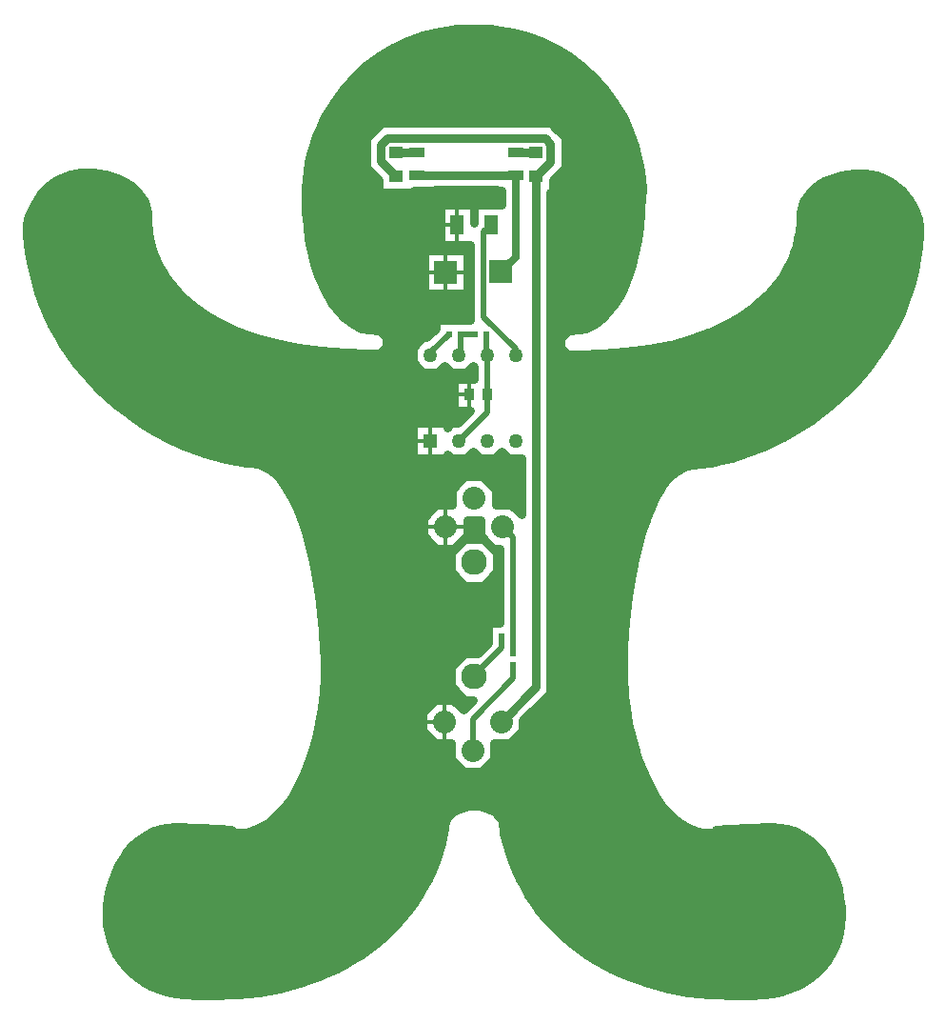
<source format=gbr>
G04 PROTEUS RS274X GERBER FILE*
%FSLAX45Y45*%
%MOMM*%
G01*
%ADD10C,0.762000*%
%ADD11C,0.508000*%
%ADD12C,0.635000*%
%ADD13C,0.304800*%
%ADD14C,2.032000*%
%ADD15R,1.270000X1.270000*%
%ADD16C,1.270000*%
%ADD17R,1.447800X0.939800*%
%ADD18R,1.270000X1.016000*%
%ADD19C,2.286000*%
%ADD70R,0.558800X0.609600*%
%ADD71R,0.609600X0.558800*%
%ADD20R,1.143000X1.803400*%
%ADD21R,2.032000X2.032000*%
%ADD22R,0.939800X0.990600*%
%TD.AperFunction*%
G36*
X+79183Y+4366430D02*
X+156382Y+4360774D01*
X+232579Y+4351418D01*
X+307368Y+4338479D01*
X+380642Y+4322050D01*
X+452349Y+4302218D01*
X+522449Y+4279054D01*
X+590751Y+4252688D01*
X+657308Y+4223153D01*
X+720825Y+4191141D01*
X+845210Y+4116501D01*
X+959979Y+4031308D01*
X+1065573Y+3935573D01*
X+1161308Y+3829979D01*
X+1246504Y+3715206D01*
X+1321134Y+3590835D01*
X+1353157Y+3527297D01*
X+1382680Y+3460768D01*
X+1409067Y+3392412D01*
X+1432213Y+3322367D01*
X+1452050Y+3250642D01*
X+1468478Y+3177371D01*
X+1481419Y+3102574D01*
X+1490773Y+3026385D01*
X+1496430Y+2949183D01*
X+1497055Y+2910738D01*
X+1488401Y+2902084D01*
X+1484853Y+2730115D01*
X+1474647Y+2605343D01*
X+1458028Y+2485425D01*
X+1435399Y+2371341D01*
X+1407145Y+2263735D01*
X+1373703Y+2163316D01*
X+1335510Y+2070706D01*
X+1293088Y+1986603D01*
X+1246999Y+1911637D01*
X+1197873Y+1846383D01*
X+1153396Y+1798800D01*
X+1103369Y+1756804D01*
X+1049348Y+1722826D01*
X+994724Y+1699205D01*
X+940346Y+1685864D01*
X+837916Y+1681599D01*
X+768401Y+1612084D01*
X+768401Y+1527916D01*
X+827916Y+1468401D01*
X+942084Y+1468401D01*
X+1132590Y+1474104D01*
X+1135261Y+1474310D01*
X+1351194Y+1491014D01*
X+1555800Y+1518673D01*
X+1558917Y+1519294D01*
X+1746451Y+1556676D01*
X+1749804Y+1557586D01*
X+1923107Y+1604638D01*
X+2085731Y+1662205D01*
X+2089571Y+1663933D01*
X+2234270Y+1729056D01*
X+2368597Y+1804887D01*
X+2488487Y+1889383D01*
X+2526703Y+1923116D01*
X+2593651Y+1982212D01*
X+2598618Y+1987770D01*
X+2603651Y+1992212D01*
X+2607665Y+1996703D01*
X+2692607Y+2091745D01*
X+2695451Y+2095603D01*
X+2732749Y+2146204D01*
X+2767977Y+2201127D01*
X+2799198Y+2257734D01*
X+2826334Y+2315879D01*
X+2849346Y+2375453D01*
X+2868190Y+2436309D01*
X+2882846Y+2498325D01*
X+2883408Y+2501710D01*
X+2893580Y+2563022D01*
X+2901599Y+2647916D01*
X+2904493Y+2730278D01*
X+2911514Y+2766851D01*
X+2923367Y+2803303D01*
X+2939773Y+2838566D01*
X+2960687Y+2872547D01*
X+2986075Y+2905090D01*
X+3007810Y+2927615D01*
X+3039951Y+2954884D01*
X+3078147Y+2981522D01*
X+3120218Y+3005545D01*
X+3165979Y+3026668D01*
X+3215103Y+3044558D01*
X+3267357Y+3058944D01*
X+3322453Y+3069544D01*
X+3379479Y+3076022D01*
X+3398481Y+3076463D01*
X+3437839Y+3077375D01*
X+3488890Y+3076063D01*
X+3534421Y+3069910D01*
X+3578935Y+3059704D01*
X+3621654Y+3045701D01*
X+3662589Y+3028014D01*
X+3701692Y+3006749D01*
X+3738936Y+2981978D01*
X+3774225Y+2953788D01*
X+3807481Y+2922239D01*
X+3838568Y+2887423D01*
X+3867361Y+2849414D01*
X+3893698Y+2808328D01*
X+3917434Y+2764257D01*
X+3938401Y+2717324D01*
X+3955702Y+2669674D01*
X+3966709Y+2607480D01*
X+3965318Y+2537968D01*
X+3956419Y+2428622D01*
X+3941796Y+2321093D01*
X+3921669Y+2215741D01*
X+3896244Y+2112656D01*
X+3865694Y+2011848D01*
X+3830229Y+1913442D01*
X+3790020Y+1817461D01*
X+3745290Y+1724061D01*
X+3696181Y+1633224D01*
X+3642910Y+1545091D01*
X+3585686Y+1459768D01*
X+3524679Y+1377311D01*
X+3460098Y+1297828D01*
X+3392123Y+1221392D01*
X+3320982Y+1148131D01*
X+3246863Y+1078119D01*
X+3169975Y+1011457D01*
X+3090530Y+948245D01*
X+3008718Y+888562D01*
X+2924769Y+832516D01*
X+2838885Y+780194D01*
X+2751287Y+731690D01*
X+2662199Y+687102D01*
X+2571803Y+646501D01*
X+2480368Y+609996D01*
X+2388033Y+577642D01*
X+2295112Y+549556D01*
X+2201721Y+525786D01*
X+2108184Y+506438D01*
X+2015575Y+491720D01*
X+1887916Y+481599D01*
X+1873027Y+466710D01*
X+1871766Y+466371D01*
X+1831511Y+448321D01*
X+1792123Y+423548D01*
X+1785592Y+417655D01*
X+1728740Y+366353D01*
X+1723322Y+359431D01*
X+1671281Y+292939D01*
X+1668019Y+287490D01*
X+1619869Y+207045D01*
X+1573151Y+109367D01*
X+1530522Y+660D01*
X+1529598Y-2172D01*
X+1491700Y-118361D01*
X+1456673Y-246702D01*
X+1456192Y-248811D01*
X+1425486Y-383452D01*
X+1422288Y-400387D01*
X+1398284Y-527493D01*
X+1375220Y-677818D01*
X+1356501Y-833186D01*
X+1356361Y-834756D01*
X+1342309Y-992600D01*
X+1332868Y-1154879D01*
X+1330285Y-1226032D01*
X+1328401Y-1227916D01*
X+1328401Y-1362084D01*
X+1329310Y-1362993D01*
X+1330065Y-1405269D01*
X+1330236Y-1407926D01*
X+1338808Y-1541031D01*
X+1342011Y-1568731D01*
X+1354268Y-1674748D01*
X+1376133Y-1805492D01*
X+1404108Y-1932298D01*
X+1404834Y-1934917D01*
X+1437932Y-2054237D01*
X+1438861Y-2056973D01*
X+1450794Y-2092105D01*
X+1477375Y-2170367D01*
X+1478569Y-2173278D01*
X+1486154Y-2191767D01*
X+1520926Y-2276529D01*
X+1520927Y-2276528D01*
X+1522263Y-2279786D01*
X+1523811Y-2282925D01*
X+1572479Y-2381558D01*
X+1574533Y-2385006D01*
X+1628041Y-2474808D01*
X+1689121Y-2558606D01*
X+1756081Y-2631877D01*
X+1829501Y-2693249D01*
X+1841131Y-2700113D01*
X+1909939Y-2740720D01*
X+1994540Y-2770484D01*
X+2043117Y-2779027D01*
X+2047916Y-2781599D01*
X+2132084Y-2781599D01*
X+2152891Y-2760792D01*
X+2155274Y-2760113D01*
X+2267084Y-2745677D01*
X+2445402Y-2735413D01*
X+2650054Y-2732486D01*
X+2731011Y-2735731D01*
X+2788000Y-2746550D01*
X+2843896Y-2764525D01*
X+2897682Y-2789274D01*
X+2949208Y-2820639D01*
X+2998239Y-2858467D01*
X+3044421Y-2902543D01*
X+3087403Y-2952645D01*
X+3126781Y-3008489D01*
X+3162136Y-3069726D01*
X+3193089Y-3136044D01*
X+3219229Y-3207033D01*
X+3240182Y-3282306D01*
X+3255588Y-3361500D01*
X+3265028Y-3443687D01*
X+3267131Y-3523728D01*
X+3264314Y-3603129D01*
X+3253234Y-3672119D01*
X+3235018Y-3739092D01*
X+3210126Y-3803049D01*
X+3178847Y-3863799D01*
X+3141485Y-3921052D01*
X+3098314Y-3974531D01*
X+3049654Y-4023884D01*
X+2995779Y-4068799D01*
X+2937031Y-4108898D01*
X+2873708Y-4143839D01*
X+2806167Y-4173244D01*
X+2734690Y-4196766D01*
X+2659627Y-4214030D01*
X+2581898Y-4224585D01*
X+2457916Y-4228401D01*
X+2342084Y-4228401D01*
X+2101082Y-4221391D01*
X+1909339Y-4200928D01*
X+1724606Y-4167267D01*
X+1547806Y-4120853D01*
X+1378495Y-4061725D01*
X+1298673Y-4028232D01*
X+1220271Y-3991410D01*
X+1144252Y-3951682D01*
X+1070736Y-3909120D01*
X+999776Y-3863762D01*
X+931460Y-3815670D01*
X+865839Y-3764875D01*
X+802964Y-3711411D01*
X+742929Y-3655339D01*
X+685772Y-3596677D01*
X+631579Y-3535479D01*
X+580411Y-3471776D01*
X+532323Y-3405589D01*
X+487400Y-3336969D01*
X+445689Y-3265914D01*
X+407275Y-3192471D01*
X+372234Y-3116676D01*
X+340615Y-3038492D01*
X+312530Y-2958025D01*
X+288039Y-2875254D01*
X+267522Y-2791409D01*
X+251599Y-2677916D01*
X+242594Y-2666338D01*
X+215932Y-2625241D01*
X+183879Y-2597272D01*
X+147322Y-2576493D01*
X+78993Y-2555203D01*
X+42084Y-2548401D01*
X-42084Y-2548401D01*
X-78993Y-2555203D01*
X-147322Y-2576493D01*
X-183879Y-2597272D01*
X-215932Y-2625241D01*
X-242594Y-2666338D01*
X-251599Y-2677916D01*
X-267522Y-2791409D01*
X-288039Y-2875254D01*
X-312530Y-2958025D01*
X-340615Y-3038492D01*
X-372234Y-3116676D01*
X-407275Y-3192471D01*
X-445689Y-3265914D01*
X-487400Y-3336969D01*
X-532323Y-3405589D01*
X-580411Y-3471776D01*
X-631579Y-3535479D01*
X-685772Y-3596677D01*
X-742929Y-3655339D01*
X-802964Y-3711411D01*
X-865839Y-3764875D01*
X-931460Y-3815670D01*
X-999776Y-3863762D01*
X-1070736Y-3909120D01*
X-1144252Y-3951682D01*
X-1220271Y-3991410D01*
X-1298673Y-4028232D01*
X-1378495Y-4061725D01*
X-1547806Y-4120853D01*
X-1724606Y-4167267D01*
X-1909339Y-4200928D01*
X-2101082Y-4221391D01*
X-2342084Y-4228401D01*
X-2457916Y-4228401D01*
X-2581898Y-4224585D01*
X-2659627Y-4214030D01*
X-2734690Y-4196766D01*
X-2806167Y-4173244D01*
X-2873708Y-4143839D01*
X-2937031Y-4108898D01*
X-2995779Y-4068799D01*
X-3049654Y-4023884D01*
X-3098314Y-3974531D01*
X-3141485Y-3921052D01*
X-3178847Y-3863799D01*
X-3210126Y-3803049D01*
X-3235018Y-3739092D01*
X-3253234Y-3672119D01*
X-3264314Y-3603129D01*
X-3267131Y-3523728D01*
X-3265028Y-3443687D01*
X-3255588Y-3361500D01*
X-3240182Y-3282306D01*
X-3219229Y-3207033D01*
X-3193089Y-3136044D01*
X-3162136Y-3069726D01*
X-3126781Y-3008489D01*
X-3087403Y-2952645D01*
X-3044421Y-2902543D01*
X-2998239Y-2858467D01*
X-2949208Y-2820639D01*
X-2897682Y-2789274D01*
X-2843896Y-2764525D01*
X-2788000Y-2746550D01*
X-2731011Y-2735731D01*
X-2650054Y-2732486D01*
X-2445402Y-2735413D01*
X-2267084Y-2745677D01*
X-2155274Y-2760113D01*
X-2152891Y-2760792D01*
X-2132084Y-2781599D01*
X-2047916Y-2781599D01*
X-2043117Y-2779027D01*
X-1994540Y-2770484D01*
X-1909939Y-2740720D01*
X-1829501Y-2693249D01*
X-1756081Y-2631877D01*
X-1689121Y-2558606D01*
X-1628041Y-2474808D01*
X-1572479Y-2381558D01*
X-1522263Y-2279786D01*
X-1477375Y-2170367D01*
X-1437932Y-2054237D01*
X-1404108Y-1932298D01*
X-1376133Y-1805492D01*
X-1354268Y-1674748D01*
X-1338808Y-1541031D01*
X-1330065Y-1405269D01*
X-1329310Y-1362993D01*
X-1328401Y-1362084D01*
X-1328401Y-1227916D01*
X-1331026Y-1225291D01*
X-1334676Y-1152118D01*
X-1345675Y-988480D01*
X-1361215Y-827844D01*
X-1381090Y-671415D01*
X-1405125Y-520229D01*
X-1433125Y-375511D01*
X-1464971Y-238178D01*
X-1500527Y-109359D01*
X-1539748Y+9998D01*
X-1582682Y+118970D01*
X-1629605Y+216812D01*
X-1681145Y+302810D01*
X-1738681Y+376292D01*
X-1802095Y+433521D01*
X-1841491Y+458306D01*
X-1881762Y+476368D01*
X-1883024Y+476707D01*
X-1897916Y+491599D01*
X-2025575Y+501720D01*
X-2118184Y+516438D01*
X-2211721Y+535786D01*
X-2305112Y+559556D01*
X-2398033Y+587642D01*
X-2490368Y+619996D01*
X-2581803Y+656501D01*
X-2672199Y+697102D01*
X-2761287Y+741690D01*
X-2848885Y+790194D01*
X-2934769Y+842516D01*
X-3018718Y+898562D01*
X-3100530Y+958245D01*
X-3179975Y+1021457D01*
X-3256863Y+1088119D01*
X-3330982Y+1158131D01*
X-3402123Y+1231392D01*
X-3470098Y+1307828D01*
X-3534679Y+1387311D01*
X-3595686Y+1469768D01*
X-3652910Y+1555091D01*
X-3706181Y+1643224D01*
X-3755290Y+1734061D01*
X-3800020Y+1827461D01*
X-3840229Y+1923442D01*
X-3875694Y+2021848D01*
X-3906244Y+2122656D01*
X-3931669Y+2225741D01*
X-3951796Y+2331093D01*
X-3966419Y+2438622D01*
X-3975318Y+2547968D01*
X-3976709Y+2617480D01*
X-3965702Y+2679674D01*
X-3948401Y+2727324D01*
X-3927434Y+2774257D01*
X-3903698Y+2818328D01*
X-3877361Y+2859414D01*
X-3848568Y+2897423D01*
X-3817481Y+2932239D01*
X-3784225Y+2963788D01*
X-3748936Y+2991978D01*
X-3711692Y+3016749D01*
X-3672589Y+3038014D01*
X-3631654Y+3055701D01*
X-3588935Y+3069704D01*
X-3544421Y+3079910D01*
X-3498890Y+3086063D01*
X-3447839Y+3087375D01*
X-3389479Y+3086022D01*
X-3332453Y+3079544D01*
X-3277357Y+3068944D01*
X-3225103Y+3054558D01*
X-3175979Y+3036668D01*
X-3130218Y+3015545D01*
X-3088147Y+2991522D01*
X-3049951Y+2964884D01*
X-3015878Y+2935975D01*
X-2986075Y+2905090D01*
X-2960687Y+2872547D01*
X-2939773Y+2838566D01*
X-2923367Y+2803303D01*
X-2911514Y+2766851D01*
X-2904493Y+2730278D01*
X-2901599Y+2647916D01*
X-2893580Y+2563022D01*
X-2882846Y+2498325D01*
X-2868190Y+2436309D01*
X-2849346Y+2375453D01*
X-2826334Y+2315879D01*
X-2799198Y+2257734D01*
X-2767977Y+2201127D01*
X-2732749Y+2146204D01*
X-2692607Y+2091745D01*
X-2603651Y+1992212D01*
X-2498487Y+1899383D01*
X-2378597Y+1814887D01*
X-2244270Y+1739056D01*
X-2095731Y+1672205D01*
X-1933107Y+1614638D01*
X-1756451Y+1566676D01*
X-1565800Y+1528673D01*
X-1361194Y+1501014D01*
X-1142590Y+1484104D01*
X-952084Y+1478401D01*
X-837916Y+1478401D01*
X-778401Y+1537916D01*
X-778401Y+1622084D01*
X-837916Y+1681599D01*
X-940346Y+1685864D01*
X-994724Y+1699205D01*
X-1049348Y+1722826D01*
X-1103369Y+1756804D01*
X-1156428Y+1801345D01*
X-1207873Y+1856383D01*
X-1256999Y+1921637D01*
X-1303088Y+1996603D01*
X-1345510Y+2080706D01*
X-1383703Y+2173316D01*
X-1417145Y+2273735D01*
X-1445399Y+2381341D01*
X-1468028Y+2495425D01*
X-1484647Y+2615343D01*
X-1494853Y+2740115D01*
X-1497636Y+2874989D01*
X-1496430Y+2949183D01*
X-1490773Y+3026385D01*
X-1481419Y+3102574D01*
X-1468478Y+3177371D01*
X-1452050Y+3250642D01*
X-1432213Y+3322367D01*
X-1409067Y+3392412D01*
X-1382680Y+3460768D01*
X-1353157Y+3527297D01*
X-1321134Y+3590835D01*
X-1246504Y+3715206D01*
X-1161308Y+3829979D01*
X-1065573Y+3935573D01*
X-959979Y+4031308D01*
X-845210Y+4116501D01*
X-720825Y+4191141D01*
X-657308Y+4223153D01*
X-590751Y+4252688D01*
X-522449Y+4279054D01*
X-452349Y+4302218D01*
X-380642Y+4322050D01*
X-307368Y+4338479D01*
X-232579Y+4351418D01*
X-156382Y+4360774D01*
X-79183Y+4366430D01*
X+0Y+4367717D01*
X+79183Y+4366430D01*
G37*
%LPC*%
G36*
X+723538Y+3483953D02*
X+811848Y+3395643D01*
X+811848Y+3128654D01*
X+704939Y+3021745D01*
X+704939Y+2907761D01*
X+679539Y+2907761D01*
X+679539Y-1543655D01*
X+437039Y-1786155D01*
X+437039Y-1875959D01*
X+323959Y-1989039D01*
X+183039Y-1989039D01*
X+183039Y-2129959D01*
X+69959Y-2243039D01*
X-89959Y-2243039D01*
X-203039Y-2129959D01*
X-203039Y-1989039D01*
X-343959Y-1989039D01*
X-457039Y-1875959D01*
X-457039Y-1716041D01*
X-343959Y-1602961D01*
X-184041Y-1602961D01*
X-96118Y-1690884D01*
X-6973Y-1601739D01*
X-85220Y-1601739D01*
X-205739Y-1481220D01*
X-205739Y-1310780D01*
X-85220Y-1190261D01*
X+34505Y-1190261D01*
X+130621Y-1094145D01*
X+130621Y-918081D01*
X+233161Y-918081D01*
X+233161Y-257039D01*
X+174041Y-257039D01*
X+60961Y-143959D01*
X+60961Y-3039D01*
X-60961Y-3039D01*
X-60961Y-143959D01*
X-174041Y-257039D01*
X-333959Y-257039D01*
X-447039Y-143959D01*
X-447039Y+15959D01*
X-333959Y+129039D01*
X-193039Y+129039D01*
X-193039Y+269959D01*
X-79959Y+383039D01*
X+79959Y+383039D01*
X+193039Y+269959D01*
X+193039Y+129039D01*
X+333959Y+129039D01*
X+420461Y+42537D01*
X+420461Y+545061D01*
X+309822Y+545061D01*
X+247000Y+607883D01*
X+184178Y+545061D01*
X+55822Y+545061D01*
X-7000Y+607883D01*
X-69822Y+545061D01*
X-198178Y+545061D01*
X-233061Y+579944D01*
X-233061Y+545061D01*
X-542939Y+545061D01*
X-542939Y+854939D01*
X-233061Y+854939D01*
X-233061Y+820056D01*
X-198178Y+854939D01*
X-144295Y+854939D01*
X-30203Y+969031D01*
X-178429Y+969031D01*
X-178429Y+1250969D01*
X+3161Y+1250969D01*
X+3161Y+1359722D01*
X-7000Y+1369883D01*
X-69822Y+1307061D01*
X-198178Y+1307061D01*
X-261000Y+1369883D01*
X-323822Y+1307061D01*
X-452178Y+1307061D01*
X-542939Y+1397822D01*
X-542939Y+1526178D01*
X-452178Y+1616939D01*
X-418295Y+1616939D01*
X-339379Y+1695855D01*
X-339379Y+1771919D01*
X-29559Y+1771919D01*
X-29559Y+2438391D01*
X-298589Y+2438391D01*
X-298589Y+2801609D01*
X-1411Y+2801609D01*
X-1411Y+2633823D01*
X+1411Y+2636645D01*
X+1411Y+2801609D01*
X+246811Y+2801609D01*
X+246811Y+2921571D01*
X+206171Y+2921571D01*
X+206171Y+2930462D01*
X-346171Y+2930461D01*
X-346171Y+2921571D01*
X-535061Y+2921571D01*
X-535061Y+2907761D01*
X-844939Y+2907761D01*
X-844939Y+3021745D01*
X-954680Y+3131486D01*
X-954680Y+3388447D01*
X-821232Y+3521895D01*
X+685596Y+3521895D01*
X+723538Y+3483953D01*
G37*
G36*
X+85220Y-585739D02*
X-85220Y-585739D01*
X-205739Y-465220D01*
X-205739Y-294780D01*
X-85220Y-174261D01*
X+85220Y-174261D01*
X+205739Y-294780D01*
X+205739Y-465220D01*
X+85220Y-585739D01*
G37*
G36*
X-443039Y+2006961D02*
X-443039Y+2393039D01*
X-56961Y+2393039D01*
X-56961Y+2006961D01*
X-443039Y+2006961D01*
G37*
%LPD*%
D10*
X-510000Y+3060000D02*
X+370672Y+3060000D01*
X+376502Y+3054170D01*
X+370000Y+3060000D01*
X+370000Y+3260000D02*
X+546640Y+3260000D01*
X+550000Y+3263360D01*
X-510000Y+3260000D02*
X-686640Y+3260000D01*
X-690000Y+3263360D01*
X-690000Y+3050000D02*
X-825141Y+3185141D01*
X-825141Y+3334792D01*
X-767577Y+3392356D01*
X+631941Y+3392356D01*
X+682309Y+3341988D01*
X+682309Y+3182309D01*
X+550000Y+3050000D01*
X+550000Y-1490000D01*
X+244000Y-1796000D01*
D11*
X+350000Y-1190000D02*
X+350000Y-1040000D01*
X+350000Y-160000D01*
X+254000Y-64000D01*
X-10000Y-2050000D02*
X-10000Y-1770000D01*
X+350000Y-1410000D01*
X+350000Y-1290000D01*
X+250000Y-1040000D02*
X+250000Y-1140000D01*
X-3738Y-1393738D01*
X-3738Y-1401992D01*
X+0Y-1396000D01*
D12*
X+240000Y+2204000D02*
X+370000Y+2334000D01*
X+370000Y+3060000D01*
D11*
X-134000Y+1462000D02*
X-120000Y+1476000D01*
X-120000Y+1650000D01*
X+10000Y+1650000D01*
X+374000Y+1462000D02*
X+374000Y+1516197D01*
X+87280Y+1802917D01*
X+87280Y+2557280D01*
X+150000Y+2620000D01*
X+120000Y+1110000D02*
X+120000Y+1462000D01*
X+110000Y+1472000D01*
X+120000Y+1462000D01*
X+110000Y+1472000D02*
X+110000Y+1650000D01*
X-134000Y+700000D02*
X+120000Y+954000D01*
X+120000Y+1060470D01*
X+120000Y+1110000D01*
X-388000Y+1462000D02*
X-388000Y+1482000D01*
X-220000Y+1650000D01*
D10*
X+79183Y+4366430D02*
X+156382Y+4360774D01*
X+232579Y+4351418D01*
X+307368Y+4338479D01*
X+380642Y+4322050D01*
X+452349Y+4302218D01*
X+522449Y+4279054D01*
X+590751Y+4252688D01*
X+657308Y+4223153D01*
X+720825Y+4191141D01*
X+845210Y+4116501D01*
X+959979Y+4031308D01*
X+1065573Y+3935573D01*
X+1161308Y+3829979D01*
X+1246504Y+3715206D01*
X+1321134Y+3590835D01*
X+1353157Y+3527297D01*
X+1382680Y+3460768D01*
X+1409067Y+3392412D01*
X+1432213Y+3322367D01*
X+1452050Y+3250642D01*
X+1468478Y+3177371D01*
X+1481419Y+3102574D01*
X+1490773Y+3026385D01*
X+1496430Y+2949183D01*
X+1497055Y+2910738D01*
X+1488401Y+2902084D01*
X+1484853Y+2730115D01*
X+1474647Y+2605343D01*
X+1458028Y+2485425D01*
X+1435399Y+2371341D01*
X+1407145Y+2263735D01*
X+1373703Y+2163316D01*
X+1335510Y+2070706D01*
X+1293088Y+1986603D01*
X+1246999Y+1911637D01*
X+1197873Y+1846383D01*
X+1153396Y+1798800D01*
X+1103369Y+1756804D01*
X+1049348Y+1722826D01*
X+994724Y+1699205D01*
X+940346Y+1685864D01*
X+837916Y+1681599D01*
X+768401Y+1612084D01*
X+768401Y+1527916D01*
X+827916Y+1468401D01*
X+942084Y+1468401D01*
X+1132590Y+1474104D01*
X+1135261Y+1474310D01*
X+1351194Y+1491014D01*
X+1555800Y+1518673D01*
X+1558917Y+1519294D01*
X+1746451Y+1556676D01*
X+1749804Y+1557586D01*
X+1923107Y+1604638D01*
X+2085731Y+1662205D01*
X+2089571Y+1663933D01*
X+2234270Y+1729056D01*
X+2368597Y+1804887D01*
X+2488487Y+1889383D01*
X+2526703Y+1923116D01*
X+2593651Y+1982212D01*
X+2598618Y+1987770D01*
X+2603651Y+1992212D01*
X+2607665Y+1996703D01*
X+2692607Y+2091745D01*
X+2695451Y+2095603D01*
X+2732749Y+2146204D01*
X+2767977Y+2201127D01*
X+2799198Y+2257734D01*
X+2826334Y+2315879D01*
X+2849346Y+2375453D01*
X+2868190Y+2436309D01*
X+2882846Y+2498325D01*
X+2883408Y+2501710D01*
X+2893580Y+2563022D01*
X+2901599Y+2647916D01*
X+2904493Y+2730278D01*
X+2911514Y+2766851D01*
X+2923367Y+2803303D01*
X+2939773Y+2838566D01*
X+2960687Y+2872547D01*
X+2986075Y+2905090D01*
X+3007810Y+2927615D01*
X+3039951Y+2954884D01*
X+3078147Y+2981522D01*
X+3120218Y+3005545D01*
X+3165979Y+3026668D01*
X+3215103Y+3044558D01*
X+3267357Y+3058944D01*
X+3322453Y+3069544D01*
X+3379479Y+3076022D01*
X+3398481Y+3076463D01*
X+3437839Y+3077375D01*
X+3488890Y+3076063D01*
X+3534421Y+3069910D01*
X+3578935Y+3059704D01*
X+3621654Y+3045701D01*
X+3662589Y+3028014D01*
X+3701692Y+3006749D01*
X+3738936Y+2981978D01*
X+3774225Y+2953788D01*
X+3807481Y+2922239D01*
X+3838568Y+2887423D01*
X+3867361Y+2849414D01*
X+3893698Y+2808328D01*
X+3917434Y+2764257D01*
X+3938401Y+2717324D01*
X+3955702Y+2669674D01*
X+3966709Y+2607480D01*
X+3965318Y+2537968D01*
X+3956419Y+2428622D01*
X+3941796Y+2321093D01*
X+3921669Y+2215741D01*
X+3896244Y+2112656D01*
X+3865694Y+2011848D01*
X+3830229Y+1913442D01*
X+3790020Y+1817461D01*
X+3745290Y+1724061D01*
X+3696181Y+1633224D01*
X+3642910Y+1545091D01*
X+3585686Y+1459768D01*
X+3524679Y+1377311D01*
X+3460098Y+1297828D01*
X+3392123Y+1221392D01*
X+3320982Y+1148131D01*
X+3246863Y+1078119D01*
X+3169975Y+1011457D01*
X+3090530Y+948245D01*
X+3008718Y+888562D01*
X+2924769Y+832516D01*
X+2838885Y+780194D01*
X+2751287Y+731690D01*
X+2662199Y+687102D01*
X+2571803Y+646501D01*
X+2480368Y+609996D01*
X+2388033Y+577642D01*
X+2295112Y+549556D01*
X+2201721Y+525786D01*
X+2108184Y+506438D01*
X+2015575Y+491720D01*
X+1887916Y+481599D01*
X+1873027Y+466710D01*
X+1871766Y+466371D01*
X+1831511Y+448321D01*
X+1792123Y+423548D01*
X+1785592Y+417655D01*
X+1728740Y+366353D01*
X+1723322Y+359431D01*
X+1671281Y+292939D01*
X+1668019Y+287490D01*
X+1619869Y+207045D01*
X+1573151Y+109367D01*
X+1530522Y+660D01*
X+1529598Y-2172D01*
X+1491700Y-118361D01*
X+1456673Y-246702D01*
X+1456192Y-248811D01*
X+1425486Y-383452D01*
X+1422288Y-400387D01*
X+1398284Y-527493D01*
X+1375220Y-677818D01*
X+1356501Y-833186D01*
X+1356361Y-834756D01*
X+1342309Y-992600D01*
X+1332868Y-1154879D01*
X+1330285Y-1226032D01*
X+1328401Y-1227916D01*
X+1328401Y-1362084D01*
X+1329310Y-1362993D01*
X+1330065Y-1405269D01*
X+1330236Y-1407926D01*
X+1338808Y-1541031D01*
X+1342011Y-1568731D01*
X+1354268Y-1674748D01*
X+1376133Y-1805492D01*
X+1404108Y-1932298D01*
X+1404834Y-1934917D01*
X+1437932Y-2054237D01*
X+1438861Y-2056973D01*
X+1450794Y-2092105D01*
X+1477375Y-2170367D01*
X+1478569Y-2173278D01*
X+1486154Y-2191767D01*
X+1520926Y-2276529D01*
X+1520927Y-2276528D01*
X+1522263Y-2279786D01*
X+1523811Y-2282925D01*
X+1572479Y-2381558D01*
X+1574533Y-2385006D01*
X+1628041Y-2474808D01*
X+1689121Y-2558606D01*
X+1756081Y-2631877D01*
X+1829501Y-2693249D01*
X+1841131Y-2700113D01*
X+1909939Y-2740720D01*
X+1994540Y-2770484D01*
X+2043117Y-2779027D01*
X+2047916Y-2781599D01*
X+2132084Y-2781599D01*
X+2152891Y-2760792D01*
X+2155274Y-2760113D01*
X+2267084Y-2745677D01*
X+2445402Y-2735413D01*
X+2650054Y-2732486D01*
X+2731011Y-2735731D01*
X+2788000Y-2746550D01*
X+2843896Y-2764525D01*
X+2897682Y-2789274D01*
X+2949208Y-2820639D01*
X+2998239Y-2858467D01*
X+3044421Y-2902543D01*
X+3087403Y-2952645D01*
X+3126781Y-3008489D01*
X+3162136Y-3069726D01*
X+3193089Y-3136044D01*
X+3219229Y-3207033D01*
X+3240182Y-3282306D01*
X+3255588Y-3361500D01*
X+3265028Y-3443687D01*
X+3267131Y-3523728D01*
X+3264314Y-3603129D01*
X+3253234Y-3672119D01*
X+3235018Y-3739092D01*
X+3210126Y-3803049D01*
X+3178847Y-3863799D01*
X+3141485Y-3921052D01*
X+3098314Y-3974531D01*
X+3049654Y-4023884D01*
X+2995779Y-4068799D01*
X+2937031Y-4108898D01*
X+2873708Y-4143839D01*
X+2806167Y-4173244D01*
X+2734690Y-4196766D01*
X+2659627Y-4214030D01*
X+2581898Y-4224585D01*
X+2457916Y-4228401D01*
X+2342084Y-4228401D01*
X+2101082Y-4221391D01*
X+1909339Y-4200928D01*
X+1724606Y-4167267D01*
X+1547806Y-4120853D01*
X+1378495Y-4061725D01*
X+1298673Y-4028232D01*
X+1220271Y-3991410D01*
X+1144252Y-3951682D01*
X+1070736Y-3909120D01*
X+999776Y-3863762D01*
X+931460Y-3815670D01*
X+865839Y-3764875D01*
X+802964Y-3711411D01*
X+742929Y-3655339D01*
X+685772Y-3596677D01*
X+631579Y-3535479D01*
X+580411Y-3471776D01*
X+532323Y-3405589D01*
X+487400Y-3336969D01*
X+445689Y-3265914D01*
X+407275Y-3192471D01*
X+372234Y-3116676D01*
X+340615Y-3038492D01*
X+312530Y-2958025D01*
X+288039Y-2875254D01*
X+267522Y-2791409D01*
X+251599Y-2677916D01*
X+242594Y-2666338D01*
X+215932Y-2625241D01*
X+183879Y-2597272D01*
X+147322Y-2576493D01*
X+78993Y-2555203D01*
X+42084Y-2548401D01*
X-42084Y-2548401D01*
X-78993Y-2555203D01*
X-147322Y-2576493D01*
X-183879Y-2597272D01*
X-215932Y-2625241D01*
X-242594Y-2666338D01*
X-251599Y-2677916D01*
X-267522Y-2791409D01*
X-288039Y-2875254D01*
X-312530Y-2958025D01*
X-340615Y-3038492D01*
X-372234Y-3116676D01*
X-407275Y-3192471D01*
X-445689Y-3265914D01*
X-487400Y-3336969D01*
X-532323Y-3405589D01*
X-580411Y-3471776D01*
X-631579Y-3535479D01*
X-685772Y-3596677D01*
X-742929Y-3655339D01*
X-802964Y-3711411D01*
X-865839Y-3764875D01*
X-931460Y-3815670D01*
X-999776Y-3863762D01*
X-1070736Y-3909120D01*
X-1144252Y-3951682D01*
X-1220271Y-3991410D01*
X-1298673Y-4028232D01*
X-1378495Y-4061725D01*
X-1547806Y-4120853D01*
X-1724606Y-4167267D01*
X-1909339Y-4200928D01*
X-2101082Y-4221391D01*
X-2342084Y-4228401D01*
X-2457916Y-4228401D01*
X-2581898Y-4224585D01*
X-2659627Y-4214030D01*
X-2734690Y-4196766D01*
X-2806167Y-4173244D01*
X-2873708Y-4143839D01*
X-2937031Y-4108898D01*
X-2995779Y-4068799D01*
X-3049654Y-4023884D01*
X-3098314Y-3974531D01*
X-3141485Y-3921052D01*
X-3178847Y-3863799D01*
X-3210126Y-3803049D01*
X-3235018Y-3739092D01*
X-3253234Y-3672119D01*
X-3264314Y-3603129D01*
X-3267131Y-3523728D01*
X-3265028Y-3443687D01*
X-3255588Y-3361500D01*
X-3240182Y-3282306D01*
X-3219229Y-3207033D01*
X-3193089Y-3136044D01*
X-3162136Y-3069726D01*
X-3126781Y-3008489D01*
X-3087403Y-2952645D01*
X-3044421Y-2902543D01*
X-2998239Y-2858467D01*
X-2949208Y-2820639D01*
X-2897682Y-2789274D01*
X-2843896Y-2764525D01*
X-2788000Y-2746550D01*
X-2731011Y-2735731D01*
X-2650054Y-2732486D01*
X-2445402Y-2735413D01*
X-2267084Y-2745677D01*
X-2155274Y-2760113D01*
X-2152891Y-2760792D01*
X-2132084Y-2781599D01*
X-2047916Y-2781599D01*
X-2043117Y-2779027D01*
X-1994540Y-2770484D01*
X-1909939Y-2740720D01*
X-1829501Y-2693249D01*
X-1756081Y-2631877D01*
X-1689121Y-2558606D01*
X-1628041Y-2474808D01*
X-1572479Y-2381558D01*
X-1522263Y-2279786D01*
X-1477375Y-2170367D01*
X-1437932Y-2054237D01*
X-1404108Y-1932298D01*
X-1376133Y-1805492D01*
X-1354268Y-1674748D01*
X-1338808Y-1541031D01*
X-1330065Y-1405269D01*
X-1329310Y-1362993D01*
X-1328401Y-1362084D01*
X-1328401Y-1227916D01*
X-1331026Y-1225291D01*
X-1334676Y-1152118D01*
X-1345675Y-988480D01*
X-1361215Y-827844D01*
X-1381090Y-671415D01*
X-1405125Y-520229D01*
X-1433125Y-375511D01*
X-1464971Y-238178D01*
X-1500527Y-109359D01*
X-1539748Y+9998D01*
X-1582682Y+118970D01*
X-1629605Y+216812D01*
X-1681145Y+302810D01*
X-1738681Y+376292D01*
X-1802095Y+433521D01*
X-1841491Y+458306D01*
X-1881762Y+476368D01*
X-1883024Y+476707D01*
X-1897916Y+491599D01*
X-2025575Y+501720D01*
X-2118184Y+516438D01*
X-2211721Y+535786D01*
X-2305112Y+559556D01*
X-2398033Y+587642D01*
X-2490368Y+619996D01*
X-2581803Y+656501D01*
X-2672199Y+697102D01*
X-2761287Y+741690D01*
X-2848885Y+790194D01*
X-2934769Y+842516D01*
X-3018718Y+898562D01*
X-3100530Y+958245D01*
X-3179975Y+1021457D01*
X-3256863Y+1088119D01*
X-3330982Y+1158131D01*
X-3402123Y+1231392D01*
X-3470098Y+1307828D01*
X-3534679Y+1387311D01*
X-3595686Y+1469768D01*
X-3652910Y+1555091D01*
X-3706181Y+1643224D01*
X-3755290Y+1734061D01*
X-3800020Y+1827461D01*
X-3840229Y+1923442D01*
X-3875694Y+2021848D01*
X-3906244Y+2122656D01*
X-3931669Y+2225741D01*
X-3951796Y+2331093D01*
X-3966419Y+2438622D01*
X-3975318Y+2547968D01*
X-3976709Y+2617480D01*
X-3965702Y+2679674D01*
X-3948401Y+2727324D01*
X-3927434Y+2774257D01*
X-3903698Y+2818328D01*
X-3877361Y+2859414D01*
X-3848568Y+2897423D01*
X-3817481Y+2932239D01*
X-3784225Y+2963788D01*
X-3748936Y+2991978D01*
X-3711692Y+3016749D01*
X-3672589Y+3038014D01*
X-3631654Y+3055701D01*
X-3588935Y+3069704D01*
X-3544421Y+3079910D01*
X-3498890Y+3086063D01*
X-3447839Y+3087375D01*
X-3389479Y+3086022D01*
X-3332453Y+3079544D01*
X-3277357Y+3068944D01*
X-3225103Y+3054558D01*
X-3175979Y+3036668D01*
X-3130218Y+3015545D01*
X-3088147Y+2991522D01*
X-3049951Y+2964884D01*
X-3015878Y+2935975D01*
X-2986075Y+2905090D01*
X-2960687Y+2872547D01*
X-2939773Y+2838566D01*
X-2923367Y+2803303D01*
X-2911514Y+2766851D01*
X-2904493Y+2730278D01*
X-2901599Y+2647916D01*
X-2893580Y+2563022D01*
X-2882846Y+2498325D01*
X-2868190Y+2436309D01*
X-2849346Y+2375453D01*
X-2826334Y+2315879D01*
X-2799198Y+2257734D01*
X-2767977Y+2201127D01*
X-2732749Y+2146204D01*
X-2692607Y+2091745D01*
X-2603651Y+1992212D01*
X-2498487Y+1899383D01*
X-2378597Y+1814887D01*
X-2244270Y+1739056D01*
X-2095731Y+1672205D01*
X-1933107Y+1614638D01*
X-1756451Y+1566676D01*
X-1565800Y+1528673D01*
X-1361194Y+1501014D01*
X-1142590Y+1484104D01*
X-952084Y+1478401D01*
X-837916Y+1478401D01*
X-778401Y+1537916D01*
X-778401Y+1622084D01*
X-837916Y+1681599D01*
X-940346Y+1685864D01*
X-994724Y+1699205D01*
X-1049348Y+1722826D01*
X-1103369Y+1756804D01*
X-1156428Y+1801345D01*
X-1207873Y+1856383D01*
X-1256999Y+1921637D01*
X-1303088Y+1996603D01*
X-1345510Y+2080706D01*
X-1383703Y+2173316D01*
X-1417145Y+2273735D01*
X-1445399Y+2381341D01*
X-1468028Y+2495425D01*
X-1484647Y+2615343D01*
X-1494853Y+2740115D01*
X-1497636Y+2874989D01*
X-1496430Y+2949183D01*
X-1490773Y+3026385D01*
X-1481419Y+3102574D01*
X-1468478Y+3177371D01*
X-1452050Y+3250642D01*
X-1432213Y+3322367D01*
X-1409067Y+3392412D01*
X-1382680Y+3460768D01*
X-1353157Y+3527297D01*
X-1321134Y+3590835D01*
X-1246504Y+3715206D01*
X-1161308Y+3829979D01*
X-1065573Y+3935573D01*
X-959979Y+4031308D01*
X-845210Y+4116501D01*
X-720825Y+4191141D01*
X-657308Y+4223153D01*
X-590751Y+4252688D01*
X-522449Y+4279054D01*
X-452349Y+4302218D01*
X-380642Y+4322050D01*
X-307368Y+4338479D01*
X-232579Y+4351418D01*
X-156382Y+4360774D01*
X-79183Y+4366430D01*
X+0Y+4367717D01*
X+79183Y+4366430D01*
X+723538Y+3483953D02*
X+811848Y+3395643D01*
X+811848Y+3128654D01*
X+704939Y+3021745D01*
X+704939Y+2907761D01*
X+679539Y+2907761D01*
X+679539Y-1543655D01*
X+437039Y-1786155D01*
X+437039Y-1875959D01*
X+323959Y-1989039D01*
X+183039Y-1989039D01*
X+183039Y-2129959D01*
X+69959Y-2243039D01*
X-89959Y-2243039D01*
X-203039Y-2129959D01*
X-203039Y-1989039D01*
X-343959Y-1989039D01*
X-457039Y-1875959D01*
X-457039Y-1716041D01*
X-343959Y-1602961D01*
X-184041Y-1602961D01*
X-96118Y-1690884D01*
X-6973Y-1601739D01*
X-85220Y-1601739D01*
X-205739Y-1481220D01*
X-205739Y-1310780D01*
X-85220Y-1190261D01*
X+34505Y-1190261D01*
X+130621Y-1094145D01*
X+130621Y-918081D01*
X+233161Y-918081D01*
X+233161Y-257039D01*
X+174041Y-257039D01*
X+60961Y-143959D01*
X+60961Y-3039D01*
X-60961Y-3039D01*
X-60961Y-143959D01*
X-174041Y-257039D01*
X-333959Y-257039D01*
X-447039Y-143959D01*
X-447039Y+15959D01*
X-333959Y+129039D01*
X-193039Y+129039D01*
X-193039Y+269959D01*
X-79959Y+383039D01*
X+79959Y+383039D01*
X+193039Y+269959D01*
X+193039Y+129039D01*
X+333959Y+129039D01*
X+420461Y+42537D01*
X+420461Y+545061D01*
X+309822Y+545061D01*
X+247000Y+607883D01*
X+184178Y+545061D01*
X+55822Y+545061D01*
X-7000Y+607883D01*
X-69822Y+545061D01*
X-198178Y+545061D01*
X-233061Y+579944D01*
X-233061Y+545061D01*
X-542939Y+545061D01*
X-542939Y+854939D01*
X-233061Y+854939D01*
X-233061Y+820056D01*
X-198178Y+854939D01*
X-144295Y+854939D01*
X-30203Y+969031D01*
X-178429Y+969031D01*
X-178429Y+1250969D01*
X+3161Y+1250969D01*
X+3161Y+1359722D01*
X-7000Y+1369883D01*
X-69822Y+1307061D01*
X-198178Y+1307061D01*
X-261000Y+1369883D01*
X-323822Y+1307061D01*
X-452178Y+1307061D01*
X-542939Y+1397822D01*
X-542939Y+1526178D01*
X-452178Y+1616939D01*
X-418295Y+1616939D01*
X-339379Y+1695855D01*
X-339379Y+1771919D01*
X-29559Y+1771919D01*
X-29559Y+2438391D01*
X-298589Y+2438391D01*
X-298589Y+2801609D01*
X-1411Y+2801609D01*
X-1411Y+2633823D01*
X+1411Y+2636645D01*
X+1411Y+2801609D01*
X+246811Y+2801609D01*
X+246811Y+2921571D01*
X+206171Y+2921571D01*
X+206171Y+2930462D01*
X-346171Y+2930461D01*
X-346171Y+2921571D01*
X-535061Y+2921571D01*
X-535061Y+2907761D01*
X-844939Y+2907761D01*
X-844939Y+3021745D01*
X-954680Y+3131486D01*
X-954680Y+3388447D01*
X-821232Y+3521895D01*
X+685596Y+3521895D01*
X+723538Y+3483953D01*
X+85220Y-585739D02*
X-85220Y-585739D01*
X-205739Y-465220D01*
X-205739Y-294780D01*
X-85220Y-174261D01*
X+85220Y-174261D01*
X+205739Y-294780D01*
X+205739Y-465220D01*
X+85220Y-585739D01*
X-443039Y+2006961D02*
X-443039Y+2393039D01*
X-56961Y+2393039D01*
X-56961Y+2006961D01*
X-443039Y+2006961D01*
D13*
X-447039Y-64000D02*
X-254000Y-64000D01*
X-60961Y-64000D02*
X-254000Y-64000D01*
X-254000Y-257039D02*
X-254000Y-64000D01*
X-254000Y+129039D02*
X-254000Y-64000D01*
X-457039Y-1796000D02*
X-264000Y-1796000D01*
X-264000Y-1602961D02*
X-264000Y-1796000D01*
X-264000Y-1989039D02*
X-264000Y-1796000D01*
X-542939Y+700000D02*
X-388000Y+700000D01*
X-388000Y+545061D02*
X-388000Y+700000D01*
X-388000Y+854939D02*
X-388000Y+700000D01*
X-298589Y+2620000D02*
X-150000Y+2620000D01*
X-150000Y+2801609D02*
X-150000Y+2620000D01*
X-150000Y+2438391D02*
X-150000Y+2620000D01*
X-250000Y+2006961D02*
X-250000Y+2200000D01*
X-250000Y+2393039D02*
X-250000Y+2200000D01*
X-56961Y+2200000D02*
X-250000Y+2200000D01*
X-443039Y+2200000D02*
X-250000Y+2200000D01*
X-178429Y+1110000D02*
X-40000Y+1110000D01*
X-40000Y+1250969D02*
X-40000Y+1110000D01*
X-40000Y+969031D02*
X-40000Y+1110000D01*
D14*
X+254000Y-64000D03*
X+0Y+190000D03*
X-254000Y-64000D03*
X-264000Y-1796000D03*
X-10000Y-2050000D03*
X+244000Y-1796000D03*
D15*
X-388000Y+700000D03*
D16*
X-134000Y+700000D03*
X+120000Y+700000D03*
X+374000Y+700000D03*
X+374000Y+1462000D03*
X+120000Y+1462000D03*
X-134000Y+1462000D03*
X-388000Y+1462000D03*
D17*
X-510000Y+3060000D03*
X-510000Y+3260000D03*
X+370000Y+3060000D03*
X+370000Y+3260000D03*
D18*
X-690000Y+3263360D03*
X-690000Y+3050000D03*
X+550000Y+3263360D03*
X+550000Y+3050000D03*
D19*
X+0Y-380000D03*
X+0Y-1396000D03*
D70*
X+250000Y-1040000D03*
X+350000Y-1040000D03*
D71*
X+350000Y-1190000D03*
X+350000Y-1290000D03*
D70*
X-220000Y+1650000D03*
X-120000Y+1650000D03*
X+10000Y+1650000D03*
X+110000Y+1650000D03*
D20*
X+150000Y+2620000D03*
X-150000Y+2620000D03*
D21*
X+240000Y+2204000D03*
X-250000Y+2200000D03*
D22*
X+120000Y+1110000D03*
X-40000Y+1110000D03*
M02*

</source>
